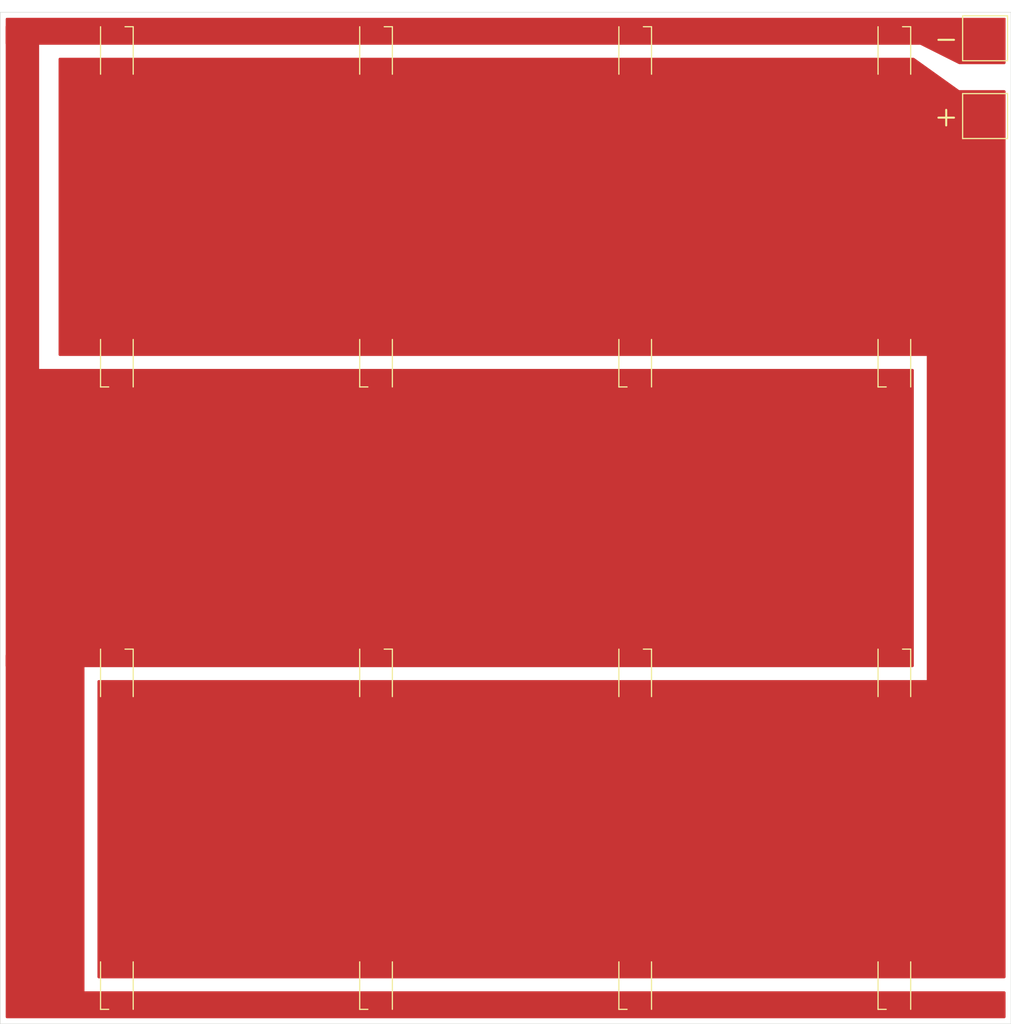
<source format=kicad_pcb>
(kicad_pcb (version 20171130) (host pcbnew "(5.1.6-0-10_14)")

  (general
    (thickness 1.6)
    (drawings 6)
    (tracks 0)
    (zones 0)
    (modules 18)
    (nets 3)
  )

  (page A4)
  (title_block
    (title "UV LED Panel")
    (date 2020-08-23)
    (rev A)
    (comment 1 "Single-side aluminium substrate")
  )

  (layers
    (0 F.Cu signal)
    (31 B.Cu signal)
    (32 B.Adhes user)
    (33 F.Adhes user)
    (34 B.Paste user)
    (35 F.Paste user)
    (36 B.SilkS user)
    (37 F.SilkS user)
    (38 B.Mask user)
    (39 F.Mask user)
    (40 Dwgs.User user)
    (41 Cmts.User user)
    (42 Eco1.User user)
    (43 Eco2.User user)
    (44 Edge.Cuts user)
    (45 Margin user)
    (46 B.CrtYd user)
    (47 F.CrtYd user)
    (48 B.Fab user hide)
    (49 F.Fab user hide)
  )

  (setup
    (last_trace_width 0.25)
    (trace_clearance 0.2)
    (zone_clearance 0.508)
    (zone_45_only no)
    (trace_min 0.2)
    (via_size 0.8)
    (via_drill 0.4)
    (via_min_size 0.4)
    (via_min_drill 0.3)
    (uvia_size 0.3)
    (uvia_drill 0.1)
    (uvias_allowed no)
    (uvia_min_size 0.2)
    (uvia_min_drill 0.1)
    (edge_width 0.05)
    (segment_width 0.2)
    (pcb_text_width 0.3)
    (pcb_text_size 1.5 1.5)
    (mod_edge_width 0.12)
    (mod_text_size 1 1)
    (mod_text_width 0.15)
    (pad_size 1.524 1.524)
    (pad_drill 0.762)
    (pad_to_mask_clearance 0.05)
    (aux_axis_origin 0 0)
    (visible_elements FFFFFF7F)
    (pcbplotparams
      (layerselection 0x010fc_ffffffff)
      (usegerberextensions false)
      (usegerberattributes true)
      (usegerberadvancedattributes true)
      (creategerberjobfile true)
      (excludeedgelayer true)
      (linewidth 0.100000)
      (plotframeref false)
      (viasonmask false)
      (mode 1)
      (useauxorigin false)
      (hpglpennumber 1)
      (hpglpenspeed 20)
      (hpglpendiameter 15.000000)
      (psnegative false)
      (psa4output false)
      (plotreference true)
      (plotvalue true)
      (plotinvisibletext false)
      (padsonsilk false)
      (subtractmaskfromsilk false)
      (outputformat 1)
      (mirror false)
      (drillshape 0)
      (scaleselection 1)
      (outputdirectory "gerbers/"))
  )

  (net 0 "")
  (net 1 VPP)
  (net 2 GNDS)

  (net_class Default "This is the default net class."
    (clearance 0.2)
    (trace_width 0.25)
    (via_dia 0.8)
    (via_drill 0.4)
    (uvia_dia 0.3)
    (uvia_drill 0.1)
    (add_net GNDS)
    (add_net VPP)
  )

  (module LED_SMD:LED_PLCC-2 (layer F.Cu) (tedit 59959404) (tstamp 5F4267B7)
    (at 115.57 146.05 90)
    (descr "LED PLCC-2 SMD package")
    (tags "LED PLCC-2 SMD")
    (path /5F4A9926)
    (attr smd)
    (fp_text reference D16 (at 0 -2.5 90) (layer F.SilkS) hide
      (effects (font (size 1 1) (thickness 0.15)))
    )
    (fp_text value LED (at 0 2.5 90) (layer F.Fab)
      (effects (font (size 1 1) (thickness 0.15)))
    )
    (fp_line (start -2.4 -1.6) (end -2.4 -0.8) (layer F.SilkS) (width 0.12))
    (fp_line (start 2.25 -1.6) (end -2.4 -1.6) (layer F.SilkS) (width 0.12))
    (fp_line (start 2.25 1.6) (end -2.4 1.6) (layer F.SilkS) (width 0.12))
    (fp_line (start -2.65 1.85) (end -2.65 -1.85) (layer F.CrtYd) (width 0.05))
    (fp_line (start 2.5 1.85) (end -2.65 1.85) (layer F.CrtYd) (width 0.05))
    (fp_line (start 2.5 -1.85) (end 2.5 1.85) (layer F.CrtYd) (width 0.05))
    (fp_line (start -2.65 -1.85) (end 2.5 -1.85) (layer F.CrtYd) (width 0.05))
    (fp_line (start -1.7 1.5) (end 1.7 1.5) (layer F.Fab) (width 0.1))
    (fp_line (start -1.7 -1.5) (end -1.7 1.5) (layer F.Fab) (width 0.1))
    (fp_line (start 1.7 -1.5) (end -1.7 -1.5) (layer F.Fab) (width 0.1))
    (fp_line (start 1.7 1.5) (end 1.7 -1.5) (layer F.Fab) (width 0.1))
    (fp_line (start -1.7 -0.6) (end -0.8 -1.5) (layer F.Fab) (width 0.1))
    (fp_circle (center 0 0) (end 0 -1.25) (layer F.Fab) (width 0.1))
    (fp_text user %R (at 0 0 90) (layer F.Fab)
      (effects (font (size 0.4 0.4) (thickness 0.1)))
    )
    (pad 2 smd rect (at 1.5 0 90) (size 1.5 2.6) (layers F.Cu F.Paste F.Mask)
      (net 1 VPP))
    (pad 1 smd rect (at -1.5 0 90) (size 1.5 2.6) (layers F.Cu F.Paste F.Mask)
      (net 2 GNDS))
    (model ${KISYS3DMOD}/LED_SMD.3dshapes/LED_PLCC-2.wrl
      (at (xyz 0 0 0))
      (scale (xyz 1 1 1))
      (rotate (xyz 0 0 0))
    )
  )

  (module LED_SMD:LED_PLCC-2 (layer F.Cu) (tedit 59959404) (tstamp 5F4267A3)
    (at 115.57 115.57 270)
    (descr "LED PLCC-2 SMD package")
    (tags "LED PLCC-2 SMD")
    (path /5F4A9920)
    (attr smd)
    (fp_text reference D15 (at 0 -2.5 90) (layer F.SilkS) hide
      (effects (font (size 1 1) (thickness 0.15)))
    )
    (fp_text value LED (at 0 2.5 90) (layer F.Fab)
      (effects (font (size 1 1) (thickness 0.15)))
    )
    (fp_line (start -2.4 -1.6) (end -2.4 -0.8) (layer F.SilkS) (width 0.12))
    (fp_line (start 2.25 -1.6) (end -2.4 -1.6) (layer F.SilkS) (width 0.12))
    (fp_line (start 2.25 1.6) (end -2.4 1.6) (layer F.SilkS) (width 0.12))
    (fp_line (start -2.65 1.85) (end -2.65 -1.85) (layer F.CrtYd) (width 0.05))
    (fp_line (start 2.5 1.85) (end -2.65 1.85) (layer F.CrtYd) (width 0.05))
    (fp_line (start 2.5 -1.85) (end 2.5 1.85) (layer F.CrtYd) (width 0.05))
    (fp_line (start -2.65 -1.85) (end 2.5 -1.85) (layer F.CrtYd) (width 0.05))
    (fp_line (start -1.7 1.5) (end 1.7 1.5) (layer F.Fab) (width 0.1))
    (fp_line (start -1.7 -1.5) (end -1.7 1.5) (layer F.Fab) (width 0.1))
    (fp_line (start 1.7 -1.5) (end -1.7 -1.5) (layer F.Fab) (width 0.1))
    (fp_line (start 1.7 1.5) (end 1.7 -1.5) (layer F.Fab) (width 0.1))
    (fp_line (start -1.7 -0.6) (end -0.8 -1.5) (layer F.Fab) (width 0.1))
    (fp_circle (center 0 0) (end 0 -1.25) (layer F.Fab) (width 0.1))
    (fp_text user %R (at 0 0 90) (layer F.Fab)
      (effects (font (size 0.4 0.4) (thickness 0.1)))
    )
    (pad 2 smd rect (at 1.5 0 270) (size 1.5 2.6) (layers F.Cu F.Paste F.Mask)
      (net 1 VPP))
    (pad 1 smd rect (at -1.5 0 270) (size 1.5 2.6) (layers F.Cu F.Paste F.Mask)
      (net 2 GNDS))
    (model ${KISYS3DMOD}/LED_SMD.3dshapes/LED_PLCC-2.wrl
      (at (xyz 0 0 0))
      (scale (xyz 1 1 1))
      (rotate (xyz 0 0 0))
    )
  )

  (module LED_SMD:LED_PLCC-2 (layer F.Cu) (tedit 59959404) (tstamp 5F42678F)
    (at 115.57 85.09 90)
    (descr "LED PLCC-2 SMD package")
    (tags "LED PLCC-2 SMD")
    (path /5F4A991A)
    (attr smd)
    (fp_text reference D14 (at 0.635 -14.605 180) (layer F.SilkS) hide
      (effects (font (size 1 1) (thickness 0.15)))
    )
    (fp_text value LED (at 0 2.5 90) (layer F.Fab)
      (effects (font (size 1 1) (thickness 0.15)))
    )
    (fp_line (start -2.4 -1.6) (end -2.4 -0.8) (layer F.SilkS) (width 0.12))
    (fp_line (start 2.25 -1.6) (end -2.4 -1.6) (layer F.SilkS) (width 0.12))
    (fp_line (start 2.25 1.6) (end -2.4 1.6) (layer F.SilkS) (width 0.12))
    (fp_line (start -2.65 1.85) (end -2.65 -1.85) (layer F.CrtYd) (width 0.05))
    (fp_line (start 2.5 1.85) (end -2.65 1.85) (layer F.CrtYd) (width 0.05))
    (fp_line (start 2.5 -1.85) (end 2.5 1.85) (layer F.CrtYd) (width 0.05))
    (fp_line (start -2.65 -1.85) (end 2.5 -1.85) (layer F.CrtYd) (width 0.05))
    (fp_line (start -1.7 1.5) (end 1.7 1.5) (layer F.Fab) (width 0.1))
    (fp_line (start -1.7 -1.5) (end -1.7 1.5) (layer F.Fab) (width 0.1))
    (fp_line (start 1.7 -1.5) (end -1.7 -1.5) (layer F.Fab) (width 0.1))
    (fp_line (start 1.7 1.5) (end 1.7 -1.5) (layer F.Fab) (width 0.1))
    (fp_line (start -1.7 -0.6) (end -0.8 -1.5) (layer F.Fab) (width 0.1))
    (fp_circle (center 0 0) (end 0 -1.25) (layer F.Fab) (width 0.1))
    (fp_text user %R (at 0 0 90) (layer F.Fab)
      (effects (font (size 0.4 0.4) (thickness 0.1)))
    )
    (pad 2 smd rect (at 1.5 0 90) (size 1.5 2.6) (layers F.Cu F.Paste F.Mask)
      (net 1 VPP))
    (pad 1 smd rect (at -1.5 0 90) (size 1.5 2.6) (layers F.Cu F.Paste F.Mask)
      (net 2 GNDS))
    (model ${KISYS3DMOD}/LED_SMD.3dshapes/LED_PLCC-2.wrl
      (at (xyz 0 0 0))
      (scale (xyz 1 1 1))
      (rotate (xyz 0 0 0))
    )
  )

  (module LED_SMD:LED_PLCC-2 (layer F.Cu) (tedit 59959404) (tstamp 5F42677B)
    (at 115.57 54.61 270)
    (descr "LED PLCC-2 SMD package")
    (tags "LED PLCC-2 SMD")
    (path /5F4A9904)
    (attr smd)
    (fp_text reference D13 (at -5.715 0.635 180) (layer F.SilkS) hide
      (effects (font (size 1 1) (thickness 0.15)))
    )
    (fp_text value LED (at 0 2.5 90) (layer F.Fab)
      (effects (font (size 1 1) (thickness 0.15)))
    )
    (fp_line (start -2.4 -1.6) (end -2.4 -0.8) (layer F.SilkS) (width 0.12))
    (fp_line (start 2.25 -1.6) (end -2.4 -1.6) (layer F.SilkS) (width 0.12))
    (fp_line (start 2.25 1.6) (end -2.4 1.6) (layer F.SilkS) (width 0.12))
    (fp_line (start -2.65 1.85) (end -2.65 -1.85) (layer F.CrtYd) (width 0.05))
    (fp_line (start 2.5 1.85) (end -2.65 1.85) (layer F.CrtYd) (width 0.05))
    (fp_line (start 2.5 -1.85) (end 2.5 1.85) (layer F.CrtYd) (width 0.05))
    (fp_line (start -2.65 -1.85) (end 2.5 -1.85) (layer F.CrtYd) (width 0.05))
    (fp_line (start -1.7 1.5) (end 1.7 1.5) (layer F.Fab) (width 0.1))
    (fp_line (start -1.7 -1.5) (end -1.7 1.5) (layer F.Fab) (width 0.1))
    (fp_line (start 1.7 -1.5) (end -1.7 -1.5) (layer F.Fab) (width 0.1))
    (fp_line (start 1.7 1.5) (end 1.7 -1.5) (layer F.Fab) (width 0.1))
    (fp_line (start -1.7 -0.6) (end -0.8 -1.5) (layer F.Fab) (width 0.1))
    (fp_circle (center 0 0) (end 0 -1.25) (layer F.Fab) (width 0.1))
    (fp_text user %R (at 0 0 90) (layer F.Fab)
      (effects (font (size 0.4 0.4) (thickness 0.1)))
    )
    (pad 2 smd rect (at 1.5 0 270) (size 1.5 2.6) (layers F.Cu F.Paste F.Mask)
      (net 1 VPP))
    (pad 1 smd rect (at -1.5 0 270) (size 1.5 2.6) (layers F.Cu F.Paste F.Mask)
      (net 2 GNDS))
    (model ${KISYS3DMOD}/LED_SMD.3dshapes/LED_PLCC-2.wrl
      (at (xyz 0 0 0))
      (scale (xyz 1 1 1))
      (rotate (xyz 0 0 0))
    )
  )

  (module LED_SMD:LED_PLCC-2 (layer F.Cu) (tedit 59959404) (tstamp 5F426767)
    (at 140.97 146.05 90)
    (descr "LED PLCC-2 SMD package")
    (tags "LED PLCC-2 SMD")
    (path /5F4A07BD)
    (attr smd)
    (fp_text reference D12 (at 0 -2.5 90) (layer F.SilkS) hide
      (effects (font (size 1 1) (thickness 0.15)))
    )
    (fp_text value LED (at 0 2.5 90) (layer F.Fab)
      (effects (font (size 1 1) (thickness 0.15)))
    )
    (fp_line (start -2.4 -1.6) (end -2.4 -0.8) (layer F.SilkS) (width 0.12))
    (fp_line (start 2.25 -1.6) (end -2.4 -1.6) (layer F.SilkS) (width 0.12))
    (fp_line (start 2.25 1.6) (end -2.4 1.6) (layer F.SilkS) (width 0.12))
    (fp_line (start -2.65 1.85) (end -2.65 -1.85) (layer F.CrtYd) (width 0.05))
    (fp_line (start 2.5 1.85) (end -2.65 1.85) (layer F.CrtYd) (width 0.05))
    (fp_line (start 2.5 -1.85) (end 2.5 1.85) (layer F.CrtYd) (width 0.05))
    (fp_line (start -2.65 -1.85) (end 2.5 -1.85) (layer F.CrtYd) (width 0.05))
    (fp_line (start -1.7 1.5) (end 1.7 1.5) (layer F.Fab) (width 0.1))
    (fp_line (start -1.7 -1.5) (end -1.7 1.5) (layer F.Fab) (width 0.1))
    (fp_line (start 1.7 -1.5) (end -1.7 -1.5) (layer F.Fab) (width 0.1))
    (fp_line (start 1.7 1.5) (end 1.7 -1.5) (layer F.Fab) (width 0.1))
    (fp_line (start -1.7 -0.6) (end -0.8 -1.5) (layer F.Fab) (width 0.1))
    (fp_circle (center 0 0) (end 0 -1.25) (layer F.Fab) (width 0.1))
    (fp_text user %R (at 0 0 90) (layer F.Fab)
      (effects (font (size 0.4 0.4) (thickness 0.1)))
    )
    (pad 2 smd rect (at 1.5 0 90) (size 1.5 2.6) (layers F.Cu F.Paste F.Mask)
      (net 1 VPP))
    (pad 1 smd rect (at -1.5 0 90) (size 1.5 2.6) (layers F.Cu F.Paste F.Mask)
      (net 2 GNDS))
    (model ${KISYS3DMOD}/LED_SMD.3dshapes/LED_PLCC-2.wrl
      (at (xyz 0 0 0))
      (scale (xyz 1 1 1))
      (rotate (xyz 0 0 0))
    )
  )

  (module LED_SMD:LED_PLCC-2 (layer F.Cu) (tedit 59959404) (tstamp 5F426753)
    (at 140.97 115.57 270)
    (descr "LED PLCC-2 SMD package")
    (tags "LED PLCC-2 SMD")
    (path /5F4A07B7)
    (attr smd)
    (fp_text reference D11 (at 0 -2.5 90) (layer F.SilkS) hide
      (effects (font (size 1 1) (thickness 0.15)))
    )
    (fp_text value LED (at 0 2.5 90) (layer F.Fab)
      (effects (font (size 1 1) (thickness 0.15)))
    )
    (fp_line (start -2.4 -1.6) (end -2.4 -0.8) (layer F.SilkS) (width 0.12))
    (fp_line (start 2.25 -1.6) (end -2.4 -1.6) (layer F.SilkS) (width 0.12))
    (fp_line (start 2.25 1.6) (end -2.4 1.6) (layer F.SilkS) (width 0.12))
    (fp_line (start -2.65 1.85) (end -2.65 -1.85) (layer F.CrtYd) (width 0.05))
    (fp_line (start 2.5 1.85) (end -2.65 1.85) (layer F.CrtYd) (width 0.05))
    (fp_line (start 2.5 -1.85) (end 2.5 1.85) (layer F.CrtYd) (width 0.05))
    (fp_line (start -2.65 -1.85) (end 2.5 -1.85) (layer F.CrtYd) (width 0.05))
    (fp_line (start -1.7 1.5) (end 1.7 1.5) (layer F.Fab) (width 0.1))
    (fp_line (start -1.7 -1.5) (end -1.7 1.5) (layer F.Fab) (width 0.1))
    (fp_line (start 1.7 -1.5) (end -1.7 -1.5) (layer F.Fab) (width 0.1))
    (fp_line (start 1.7 1.5) (end 1.7 -1.5) (layer F.Fab) (width 0.1))
    (fp_line (start -1.7 -0.6) (end -0.8 -1.5) (layer F.Fab) (width 0.1))
    (fp_circle (center 0 0) (end 0 -1.25) (layer F.Fab) (width 0.1))
    (fp_text user %R (at 0 0 90) (layer F.Fab)
      (effects (font (size 0.4 0.4) (thickness 0.1)))
    )
    (pad 2 smd rect (at 1.5 0 270) (size 1.5 2.6) (layers F.Cu F.Paste F.Mask)
      (net 1 VPP))
    (pad 1 smd rect (at -1.5 0 270) (size 1.5 2.6) (layers F.Cu F.Paste F.Mask)
      (net 2 GNDS))
    (model ${KISYS3DMOD}/LED_SMD.3dshapes/LED_PLCC-2.wrl
      (at (xyz 0 0 0))
      (scale (xyz 1 1 1))
      (rotate (xyz 0 0 0))
    )
  )

  (module LED_SMD:LED_PLCC-2 (layer F.Cu) (tedit 59959404) (tstamp 5F42673F)
    (at 140.97 85.09 90)
    (descr "LED PLCC-2 SMD package")
    (tags "LED PLCC-2 SMD")
    (path /5F4A07B1)
    (attr smd)
    (fp_text reference D10 (at 0 -3.81 180) (layer F.SilkS) hide
      (effects (font (size 1 1) (thickness 0.15)))
    )
    (fp_text value LED (at 0 2.5 90) (layer F.Fab)
      (effects (font (size 1 1) (thickness 0.15)))
    )
    (fp_line (start -2.4 -1.6) (end -2.4 -0.8) (layer F.SilkS) (width 0.12))
    (fp_line (start 2.25 -1.6) (end -2.4 -1.6) (layer F.SilkS) (width 0.12))
    (fp_line (start 2.25 1.6) (end -2.4 1.6) (layer F.SilkS) (width 0.12))
    (fp_line (start -2.65 1.85) (end -2.65 -1.85) (layer F.CrtYd) (width 0.05))
    (fp_line (start 2.5 1.85) (end -2.65 1.85) (layer F.CrtYd) (width 0.05))
    (fp_line (start 2.5 -1.85) (end 2.5 1.85) (layer F.CrtYd) (width 0.05))
    (fp_line (start -2.65 -1.85) (end 2.5 -1.85) (layer F.CrtYd) (width 0.05))
    (fp_line (start -1.7 1.5) (end 1.7 1.5) (layer F.Fab) (width 0.1))
    (fp_line (start -1.7 -1.5) (end -1.7 1.5) (layer F.Fab) (width 0.1))
    (fp_line (start 1.7 -1.5) (end -1.7 -1.5) (layer F.Fab) (width 0.1))
    (fp_line (start 1.7 1.5) (end 1.7 -1.5) (layer F.Fab) (width 0.1))
    (fp_line (start -1.7 -0.6) (end -0.8 -1.5) (layer F.Fab) (width 0.1))
    (fp_circle (center 0 0) (end 0 -1.25) (layer F.Fab) (width 0.1))
    (fp_text user %R (at 0 0 90) (layer F.Fab)
      (effects (font (size 0.4 0.4) (thickness 0.1)))
    )
    (pad 2 smd rect (at 1.5 0 90) (size 1.5 2.6) (layers F.Cu F.Paste F.Mask)
      (net 1 VPP))
    (pad 1 smd rect (at -1.5 0 90) (size 1.5 2.6) (layers F.Cu F.Paste F.Mask)
      (net 2 GNDS))
    (model ${KISYS3DMOD}/LED_SMD.3dshapes/LED_PLCC-2.wrl
      (at (xyz 0 0 0))
      (scale (xyz 1 1 1))
      (rotate (xyz 0 0 0))
    )
  )

  (module LED_SMD:LED_PLCC-2 (layer F.Cu) (tedit 59959404) (tstamp 5F42672B)
    (at 140.97 54.61 270)
    (descr "LED PLCC-2 SMD package")
    (tags "LED PLCC-2 SMD")
    (path /5F4A079B)
    (attr smd)
    (fp_text reference D9 (at -5.715 0 180) (layer F.SilkS) hide
      (effects (font (size 1 1) (thickness 0.15)))
    )
    (fp_text value LED (at 0 2.5 90) (layer F.Fab)
      (effects (font (size 1 1) (thickness 0.15)))
    )
    (fp_line (start -2.4 -1.6) (end -2.4 -0.8) (layer F.SilkS) (width 0.12))
    (fp_line (start 2.25 -1.6) (end -2.4 -1.6) (layer F.SilkS) (width 0.12))
    (fp_line (start 2.25 1.6) (end -2.4 1.6) (layer F.SilkS) (width 0.12))
    (fp_line (start -2.65 1.85) (end -2.65 -1.85) (layer F.CrtYd) (width 0.05))
    (fp_line (start 2.5 1.85) (end -2.65 1.85) (layer F.CrtYd) (width 0.05))
    (fp_line (start 2.5 -1.85) (end 2.5 1.85) (layer F.CrtYd) (width 0.05))
    (fp_line (start -2.65 -1.85) (end 2.5 -1.85) (layer F.CrtYd) (width 0.05))
    (fp_line (start -1.7 1.5) (end 1.7 1.5) (layer F.Fab) (width 0.1))
    (fp_line (start -1.7 -1.5) (end -1.7 1.5) (layer F.Fab) (width 0.1))
    (fp_line (start 1.7 -1.5) (end -1.7 -1.5) (layer F.Fab) (width 0.1))
    (fp_line (start 1.7 1.5) (end 1.7 -1.5) (layer F.Fab) (width 0.1))
    (fp_line (start -1.7 -0.6) (end -0.8 -1.5) (layer F.Fab) (width 0.1))
    (fp_circle (center 0 0) (end 0 -1.25) (layer F.Fab) (width 0.1))
    (fp_text user %R (at 0 0 90) (layer F.Fab)
      (effects (font (size 0.4 0.4) (thickness 0.1)))
    )
    (pad 2 smd rect (at 1.5 0 270) (size 1.5 2.6) (layers F.Cu F.Paste F.Mask)
      (net 1 VPP))
    (pad 1 smd rect (at -1.5 0 270) (size 1.5 2.6) (layers F.Cu F.Paste F.Mask)
      (net 2 GNDS))
    (model ${KISYS3DMOD}/LED_SMD.3dshapes/LED_PLCC-2.wrl
      (at (xyz 0 0 0))
      (scale (xyz 1 1 1))
      (rotate (xyz 0 0 0))
    )
  )

  (module LED_SMD:LED_PLCC-2 (layer F.Cu) (tedit 59959404) (tstamp 5F426717)
    (at 166.37 146.05 90)
    (descr "LED PLCC-2 SMD package")
    (tags "LED PLCC-2 SMD")
    (path /5F4A6413)
    (attr smd)
    (fp_text reference D8 (at 0 -2.5 90) (layer F.SilkS) hide
      (effects (font (size 1 1) (thickness 0.15)))
    )
    (fp_text value LED (at 0 2.5 90) (layer F.Fab)
      (effects (font (size 1 1) (thickness 0.15)))
    )
    (fp_line (start -2.4 -1.6) (end -2.4 -0.8) (layer F.SilkS) (width 0.12))
    (fp_line (start 2.25 -1.6) (end -2.4 -1.6) (layer F.SilkS) (width 0.12))
    (fp_line (start 2.25 1.6) (end -2.4 1.6) (layer F.SilkS) (width 0.12))
    (fp_line (start -2.65 1.85) (end -2.65 -1.85) (layer F.CrtYd) (width 0.05))
    (fp_line (start 2.5 1.85) (end -2.65 1.85) (layer F.CrtYd) (width 0.05))
    (fp_line (start 2.5 -1.85) (end 2.5 1.85) (layer F.CrtYd) (width 0.05))
    (fp_line (start -2.65 -1.85) (end 2.5 -1.85) (layer F.CrtYd) (width 0.05))
    (fp_line (start -1.7 1.5) (end 1.7 1.5) (layer F.Fab) (width 0.1))
    (fp_line (start -1.7 -1.5) (end -1.7 1.5) (layer F.Fab) (width 0.1))
    (fp_line (start 1.7 -1.5) (end -1.7 -1.5) (layer F.Fab) (width 0.1))
    (fp_line (start 1.7 1.5) (end 1.7 -1.5) (layer F.Fab) (width 0.1))
    (fp_line (start -1.7 -0.6) (end -0.8 -1.5) (layer F.Fab) (width 0.1))
    (fp_circle (center 0 0) (end 0 -1.25) (layer F.Fab) (width 0.1))
    (fp_text user %R (at 0 0 90) (layer F.Fab)
      (effects (font (size 0.4 0.4) (thickness 0.1)))
    )
    (pad 2 smd rect (at 1.5 0 90) (size 1.5 2.6) (layers F.Cu F.Paste F.Mask)
      (net 1 VPP))
    (pad 1 smd rect (at -1.5 0 90) (size 1.5 2.6) (layers F.Cu F.Paste F.Mask)
      (net 2 GNDS))
    (model ${KISYS3DMOD}/LED_SMD.3dshapes/LED_PLCC-2.wrl
      (at (xyz 0 0 0))
      (scale (xyz 1 1 1))
      (rotate (xyz 0 0 0))
    )
  )

  (module LED_SMD:LED_PLCC-2 (layer F.Cu) (tedit 59959404) (tstamp 5F426703)
    (at 166.37 115.57 270)
    (descr "LED PLCC-2 SMD package")
    (tags "LED PLCC-2 SMD")
    (path /5F4A640D)
    (attr smd)
    (fp_text reference D7 (at 0 -2.5 90) (layer F.SilkS) hide
      (effects (font (size 1 1) (thickness 0.15)))
    )
    (fp_text value LED (at 0 2.5 90) (layer F.Fab)
      (effects (font (size 1 1) (thickness 0.15)))
    )
    (fp_line (start -2.4 -1.6) (end -2.4 -0.8) (layer F.SilkS) (width 0.12))
    (fp_line (start 2.25 -1.6) (end -2.4 -1.6) (layer F.SilkS) (width 0.12))
    (fp_line (start 2.25 1.6) (end -2.4 1.6) (layer F.SilkS) (width 0.12))
    (fp_line (start -2.65 1.85) (end -2.65 -1.85) (layer F.CrtYd) (width 0.05))
    (fp_line (start 2.5 1.85) (end -2.65 1.85) (layer F.CrtYd) (width 0.05))
    (fp_line (start 2.5 -1.85) (end 2.5 1.85) (layer F.CrtYd) (width 0.05))
    (fp_line (start -2.65 -1.85) (end 2.5 -1.85) (layer F.CrtYd) (width 0.05))
    (fp_line (start -1.7 1.5) (end 1.7 1.5) (layer F.Fab) (width 0.1))
    (fp_line (start -1.7 -1.5) (end -1.7 1.5) (layer F.Fab) (width 0.1))
    (fp_line (start 1.7 -1.5) (end -1.7 -1.5) (layer F.Fab) (width 0.1))
    (fp_line (start 1.7 1.5) (end 1.7 -1.5) (layer F.Fab) (width 0.1))
    (fp_line (start -1.7 -0.6) (end -0.8 -1.5) (layer F.Fab) (width 0.1))
    (fp_circle (center 0 0) (end 0 -1.25) (layer F.Fab) (width 0.1))
    (fp_text user %R (at 0 0 90) (layer F.Fab)
      (effects (font (size 0.4 0.4) (thickness 0.1)))
    )
    (pad 2 smd rect (at 1.5 0 270) (size 1.5 2.6) (layers F.Cu F.Paste F.Mask)
      (net 1 VPP))
    (pad 1 smd rect (at -1.5 0 270) (size 1.5 2.6) (layers F.Cu F.Paste F.Mask)
      (net 2 GNDS))
    (model ${KISYS3DMOD}/LED_SMD.3dshapes/LED_PLCC-2.wrl
      (at (xyz 0 0 0))
      (scale (xyz 1 1 1))
      (rotate (xyz 0 0 0))
    )
  )

  (module LED_SMD:LED_PLCC-2 (layer F.Cu) (tedit 59959404) (tstamp 5F4266EF)
    (at 166.37 85.09 90)
    (descr "LED PLCC-2 SMD package")
    (tags "LED PLCC-2 SMD")
    (path /5F4A6407)
    (attr smd)
    (fp_text reference D6 (at 0 -2.5 90) (layer F.SilkS) hide
      (effects (font (size 1 1) (thickness 0.15)))
    )
    (fp_text value LED (at 0 2.5 90) (layer F.Fab)
      (effects (font (size 1 1) (thickness 0.15)))
    )
    (fp_line (start -2.4 -1.6) (end -2.4 -0.8) (layer F.SilkS) (width 0.12))
    (fp_line (start 2.25 -1.6) (end -2.4 -1.6) (layer F.SilkS) (width 0.12))
    (fp_line (start 2.25 1.6) (end -2.4 1.6) (layer F.SilkS) (width 0.12))
    (fp_line (start -2.65 1.85) (end -2.65 -1.85) (layer F.CrtYd) (width 0.05))
    (fp_line (start 2.5 1.85) (end -2.65 1.85) (layer F.CrtYd) (width 0.05))
    (fp_line (start 2.5 -1.85) (end 2.5 1.85) (layer F.CrtYd) (width 0.05))
    (fp_line (start -2.65 -1.85) (end 2.5 -1.85) (layer F.CrtYd) (width 0.05))
    (fp_line (start -1.7 1.5) (end 1.7 1.5) (layer F.Fab) (width 0.1))
    (fp_line (start -1.7 -1.5) (end -1.7 1.5) (layer F.Fab) (width 0.1))
    (fp_line (start 1.7 -1.5) (end -1.7 -1.5) (layer F.Fab) (width 0.1))
    (fp_line (start 1.7 1.5) (end 1.7 -1.5) (layer F.Fab) (width 0.1))
    (fp_line (start -1.7 -0.6) (end -0.8 -1.5) (layer F.Fab) (width 0.1))
    (fp_circle (center 0 0) (end 0 -1.25) (layer F.Fab) (width 0.1))
    (fp_text user %R (at 0 0 90) (layer F.Fab)
      (effects (font (size 0.4 0.4) (thickness 0.1)))
    )
    (pad 2 smd rect (at 1.5 0 90) (size 1.5 2.6) (layers F.Cu F.Paste F.Mask)
      (net 1 VPP))
    (pad 1 smd rect (at -1.5 0 90) (size 1.5 2.6) (layers F.Cu F.Paste F.Mask)
      (net 2 GNDS))
    (model ${KISYS3DMOD}/LED_SMD.3dshapes/LED_PLCC-2.wrl
      (at (xyz 0 0 0))
      (scale (xyz 1 1 1))
      (rotate (xyz 0 0 0))
    )
  )

  (module LED_SMD:LED_PLCC-2 (layer F.Cu) (tedit 59959404) (tstamp 5F4266DB)
    (at 166.37 54.61 270)
    (descr "LED PLCC-2 SMD package")
    (tags "LED PLCC-2 SMD")
    (path /5F4A63F1)
    (attr smd)
    (fp_text reference D5 (at -5.08 0 180) (layer F.SilkS) hide
      (effects (font (size 1 1) (thickness 0.15)))
    )
    (fp_text value LED (at 0 2.5 90) (layer F.Fab)
      (effects (font (size 1 1) (thickness 0.15)))
    )
    (fp_line (start -2.4 -1.6) (end -2.4 -0.8) (layer F.SilkS) (width 0.12))
    (fp_line (start 2.25 -1.6) (end -2.4 -1.6) (layer F.SilkS) (width 0.12))
    (fp_line (start 2.25 1.6) (end -2.4 1.6) (layer F.SilkS) (width 0.12))
    (fp_line (start -2.65 1.85) (end -2.65 -1.85) (layer F.CrtYd) (width 0.05))
    (fp_line (start 2.5 1.85) (end -2.65 1.85) (layer F.CrtYd) (width 0.05))
    (fp_line (start 2.5 -1.85) (end 2.5 1.85) (layer F.CrtYd) (width 0.05))
    (fp_line (start -2.65 -1.85) (end 2.5 -1.85) (layer F.CrtYd) (width 0.05))
    (fp_line (start -1.7 1.5) (end 1.7 1.5) (layer F.Fab) (width 0.1))
    (fp_line (start -1.7 -1.5) (end -1.7 1.5) (layer F.Fab) (width 0.1))
    (fp_line (start 1.7 -1.5) (end -1.7 -1.5) (layer F.Fab) (width 0.1))
    (fp_line (start 1.7 1.5) (end 1.7 -1.5) (layer F.Fab) (width 0.1))
    (fp_line (start -1.7 -0.6) (end -0.8 -1.5) (layer F.Fab) (width 0.1))
    (fp_circle (center 0 0) (end 0 -1.25) (layer F.Fab) (width 0.1))
    (fp_text user %R (at 0 0 90) (layer F.Fab)
      (effects (font (size 0.4 0.4) (thickness 0.1)))
    )
    (pad 2 smd rect (at 1.5 0 270) (size 1.5 2.6) (layers F.Cu F.Paste F.Mask)
      (net 1 VPP))
    (pad 1 smd rect (at -1.5 0 270) (size 1.5 2.6) (layers F.Cu F.Paste F.Mask)
      (net 2 GNDS))
    (model ${KISYS3DMOD}/LED_SMD.3dshapes/LED_PLCC-2.wrl
      (at (xyz 0 0 0))
      (scale (xyz 1 1 1))
      (rotate (xyz 0 0 0))
    )
  )

  (module TestPoint:TestPoint_Pad_4.0x4.0mm (layer F.Cu) (tedit 5A0F774F) (tstamp 5F425BD8)
    (at 200.66 53.34)
    (descr "SMD rectangular pad as test Point, square 4.0mm side length")
    (tags "test point SMD pad rectangle square")
    (path /5F4656E0)
    (attr virtual)
    (fp_text reference J2 (at 7.62 0) (layer F.SilkS) hide
      (effects (font (size 1 1) (thickness 0.15)))
    )
    (fp_text value Conn_01x01 (at 0 3.1) (layer F.Fab)
      (effects (font (size 1 1) (thickness 0.15)))
    )
    (fp_line (start -2.2 -2.2) (end 2.2 -2.2) (layer F.SilkS) (width 0.12))
    (fp_line (start 2.2 -2.2) (end 2.2 2.2) (layer F.SilkS) (width 0.12))
    (fp_line (start 2.2 2.2) (end -2.2 2.2) (layer F.SilkS) (width 0.12))
    (fp_line (start -2.2 2.2) (end -2.2 -2.2) (layer F.SilkS) (width 0.12))
    (fp_line (start -2.5 -2.5) (end 2.5 -2.5) (layer F.CrtYd) (width 0.05))
    (fp_line (start -2.5 -2.5) (end -2.5 2.5) (layer F.CrtYd) (width 0.05))
    (fp_line (start 2.5 2.5) (end 2.5 -2.5) (layer F.CrtYd) (width 0.05))
    (fp_line (start 2.5 2.5) (end -2.5 2.5) (layer F.CrtYd) (width 0.05))
    (fp_text user %R (at 0 -2.9) (layer F.Fab)
      (effects (font (size 1 1) (thickness 0.15)))
    )
    (pad 1 smd rect (at 0 0) (size 4 4) (layers F.Cu F.Mask)
      (net 2 GNDS))
  )

  (module TestPoint:TestPoint_Pad_4.0x4.0mm (layer F.Cu) (tedit 5A0F774F) (tstamp 5F425BCA)
    (at 200.66 60.96)
    (descr "SMD rectangular pad as test Point, square 4.0mm side length")
    (tags "test point SMD pad rectangle square")
    (path /5F464DF3)
    (attr virtual)
    (fp_text reference J1 (at 7.62 0) (layer F.SilkS) hide
      (effects (font (size 1 1) (thickness 0.15)))
    )
    (fp_text value Conn_01x01 (at 0 3.1) (layer F.Fab)
      (effects (font (size 1 1) (thickness 0.15)))
    )
    (fp_line (start -2.2 -2.2) (end 2.2 -2.2) (layer F.SilkS) (width 0.12))
    (fp_line (start 2.2 -2.2) (end 2.2 2.2) (layer F.SilkS) (width 0.12))
    (fp_line (start 2.2 2.2) (end -2.2 2.2) (layer F.SilkS) (width 0.12))
    (fp_line (start -2.2 2.2) (end -2.2 -2.2) (layer F.SilkS) (width 0.12))
    (fp_line (start -2.5 -2.5) (end 2.5 -2.5) (layer F.CrtYd) (width 0.05))
    (fp_line (start -2.5 -2.5) (end -2.5 2.5) (layer F.CrtYd) (width 0.05))
    (fp_line (start 2.5 2.5) (end 2.5 -2.5) (layer F.CrtYd) (width 0.05))
    (fp_line (start 2.5 2.5) (end -2.5 2.5) (layer F.CrtYd) (width 0.05))
    (fp_text user %R (at 0 -2.9) (layer F.Fab)
      (effects (font (size 1 1) (thickness 0.15)))
    )
    (pad 1 smd rect (at 0 0) (size 4 4) (layers F.Cu F.Mask)
      (net 1 VPP))
  )

  (module LED_SMD:LED_PLCC-2 (layer F.Cu) (tedit 59959404) (tstamp 5F425AA4)
    (at 191.77 146.05 90)
    (descr "LED PLCC-2 SMD package")
    (tags "LED PLCC-2 SMD")
    (path /5F44A38B)
    (attr smd)
    (fp_text reference D4 (at 0 -2.5 90) (layer F.SilkS) hide
      (effects (font (size 1 1) (thickness 0.15)))
    )
    (fp_text value LED (at 0 2.5 90) (layer F.Fab)
      (effects (font (size 1 1) (thickness 0.15)))
    )
    (fp_circle (center 0 0) (end 0 -1.25) (layer F.Fab) (width 0.1))
    (fp_line (start -1.7 -0.6) (end -0.8 -1.5) (layer F.Fab) (width 0.1))
    (fp_line (start 1.7 1.5) (end 1.7 -1.5) (layer F.Fab) (width 0.1))
    (fp_line (start 1.7 -1.5) (end -1.7 -1.5) (layer F.Fab) (width 0.1))
    (fp_line (start -1.7 -1.5) (end -1.7 1.5) (layer F.Fab) (width 0.1))
    (fp_line (start -1.7 1.5) (end 1.7 1.5) (layer F.Fab) (width 0.1))
    (fp_line (start -2.65 -1.85) (end 2.5 -1.85) (layer F.CrtYd) (width 0.05))
    (fp_line (start 2.5 -1.85) (end 2.5 1.85) (layer F.CrtYd) (width 0.05))
    (fp_line (start 2.5 1.85) (end -2.65 1.85) (layer F.CrtYd) (width 0.05))
    (fp_line (start -2.65 1.85) (end -2.65 -1.85) (layer F.CrtYd) (width 0.05))
    (fp_line (start 2.25 1.6) (end -2.4 1.6) (layer F.SilkS) (width 0.12))
    (fp_line (start 2.25 -1.6) (end -2.4 -1.6) (layer F.SilkS) (width 0.12))
    (fp_line (start -2.4 -1.6) (end -2.4 -0.8) (layer F.SilkS) (width 0.12))
    (fp_text user %R (at 0 0 90) (layer F.Fab)
      (effects (font (size 0.4 0.4) (thickness 0.1)))
    )
    (pad 2 smd rect (at 1.5 0 90) (size 1.5 2.6) (layers F.Cu F.Paste F.Mask)
      (net 1 VPP))
    (pad 1 smd rect (at -1.5 0 90) (size 1.5 2.6) (layers F.Cu F.Paste F.Mask)
      (net 2 GNDS))
    (model ${KISYS3DMOD}/LED_SMD.3dshapes/LED_PLCC-2.wrl
      (at (xyz 0 0 0))
      (scale (xyz 1 1 1))
      (rotate (xyz 0 0 0))
    )
  )

  (module LED_SMD:LED_PLCC-2 (layer F.Cu) (tedit 59959404) (tstamp 5F425A90)
    (at 191.77 115.57 270)
    (descr "LED PLCC-2 SMD package")
    (tags "LED PLCC-2 SMD")
    (path /5F449DDB)
    (attr smd)
    (fp_text reference D3 (at 0 22.86 180) (layer F.SilkS) hide
      (effects (font (size 1 1) (thickness 0.15)))
    )
    (fp_text value LED (at 0 2.5 90) (layer F.Fab)
      (effects (font (size 1 1) (thickness 0.15)))
    )
    (fp_circle (center 0 0) (end 0 -1.25) (layer F.Fab) (width 0.1))
    (fp_line (start -1.7 -0.6) (end -0.8 -1.5) (layer F.Fab) (width 0.1))
    (fp_line (start 1.7 1.5) (end 1.7 -1.5) (layer F.Fab) (width 0.1))
    (fp_line (start 1.7 -1.5) (end -1.7 -1.5) (layer F.Fab) (width 0.1))
    (fp_line (start -1.7 -1.5) (end -1.7 1.5) (layer F.Fab) (width 0.1))
    (fp_line (start -1.7 1.5) (end 1.7 1.5) (layer F.Fab) (width 0.1))
    (fp_line (start -2.65 -1.85) (end 2.5 -1.85) (layer F.CrtYd) (width 0.05))
    (fp_line (start 2.5 -1.85) (end 2.5 1.85) (layer F.CrtYd) (width 0.05))
    (fp_line (start 2.5 1.85) (end -2.65 1.85) (layer F.CrtYd) (width 0.05))
    (fp_line (start -2.65 1.85) (end -2.65 -1.85) (layer F.CrtYd) (width 0.05))
    (fp_line (start 2.25 1.6) (end -2.4 1.6) (layer F.SilkS) (width 0.12))
    (fp_line (start 2.25 -1.6) (end -2.4 -1.6) (layer F.SilkS) (width 0.12))
    (fp_line (start -2.4 -1.6) (end -2.4 -0.8) (layer F.SilkS) (width 0.12))
    (fp_text user %R (at 0 0 90) (layer F.Fab)
      (effects (font (size 0.4 0.4) (thickness 0.1)))
    )
    (pad 2 smd rect (at 1.5 0 270) (size 1.5 2.6) (layers F.Cu F.Paste F.Mask)
      (net 1 VPP))
    (pad 1 smd rect (at -1.5 0 270) (size 1.5 2.6) (layers F.Cu F.Paste F.Mask)
      (net 2 GNDS))
    (model ${KISYS3DMOD}/LED_SMD.3dshapes/LED_PLCC-2.wrl
      (at (xyz 0 0 0))
      (scale (xyz 1 1 1))
      (rotate (xyz 0 0 0))
    )
  )

  (module LED_SMD:LED_PLCC-2 (layer F.Cu) (tedit 59959404) (tstamp 5F425A7C)
    (at 191.77 85.09 90)
    (descr "LED PLCC-2 SMD package")
    (tags "LED PLCC-2 SMD")
    (path /5F449736)
    (attr smd)
    (fp_text reference D2 (at 0 -2.5 90) (layer F.SilkS) hide
      (effects (font (size 1 1) (thickness 0.15)))
    )
    (fp_text value LED (at 0 2.5 90) (layer F.Fab)
      (effects (font (size 1 1) (thickness 0.15)))
    )
    (fp_circle (center 0 0) (end 0 -1.25) (layer F.Fab) (width 0.1))
    (fp_line (start -1.7 -0.6) (end -0.8 -1.5) (layer F.Fab) (width 0.1))
    (fp_line (start 1.7 1.5) (end 1.7 -1.5) (layer F.Fab) (width 0.1))
    (fp_line (start 1.7 -1.5) (end -1.7 -1.5) (layer F.Fab) (width 0.1))
    (fp_line (start -1.7 -1.5) (end -1.7 1.5) (layer F.Fab) (width 0.1))
    (fp_line (start -1.7 1.5) (end 1.7 1.5) (layer F.Fab) (width 0.1))
    (fp_line (start -2.65 -1.85) (end 2.5 -1.85) (layer F.CrtYd) (width 0.05))
    (fp_line (start 2.5 -1.85) (end 2.5 1.85) (layer F.CrtYd) (width 0.05))
    (fp_line (start 2.5 1.85) (end -2.65 1.85) (layer F.CrtYd) (width 0.05))
    (fp_line (start -2.65 1.85) (end -2.65 -1.85) (layer F.CrtYd) (width 0.05))
    (fp_line (start 2.25 1.6) (end -2.4 1.6) (layer F.SilkS) (width 0.12))
    (fp_line (start 2.25 -1.6) (end -2.4 -1.6) (layer F.SilkS) (width 0.12))
    (fp_line (start -2.4 -1.6) (end -2.4 -0.8) (layer F.SilkS) (width 0.12))
    (fp_text user %R (at 0 0 90) (layer F.Fab)
      (effects (font (size 0.4 0.4) (thickness 0.1)))
    )
    (pad 2 smd rect (at 1.5 0 90) (size 1.5 2.6) (layers F.Cu F.Paste F.Mask)
      (net 1 VPP))
    (pad 1 smd rect (at -1.5 0 90) (size 1.5 2.6) (layers F.Cu F.Paste F.Mask)
      (net 2 GNDS))
    (model ${KISYS3DMOD}/LED_SMD.3dshapes/LED_PLCC-2.wrl
      (at (xyz 0 0 0))
      (scale (xyz 1 1 1))
      (rotate (xyz 0 0 0))
    )
  )

  (module LED_SMD:LED_PLCC-2 (layer F.Cu) (tedit 59959404) (tstamp 5F425A68)
    (at 191.77 54.61 270)
    (descr "LED PLCC-2 SMD package")
    (tags "LED PLCC-2 SMD")
    (path /5F4297BF)
    (attr smd)
    (fp_text reference D1 (at -5.715 0 180) (layer F.SilkS) hide
      (effects (font (size 1 1) (thickness 0.15)))
    )
    (fp_text value LED (at 0 2.5 90) (layer F.Fab)
      (effects (font (size 1 1) (thickness 0.15)))
    )
    (fp_circle (center 0 0) (end 0 -1.25) (layer F.Fab) (width 0.1))
    (fp_line (start -1.7 -0.6) (end -0.8 -1.5) (layer F.Fab) (width 0.1))
    (fp_line (start 1.7 1.5) (end 1.7 -1.5) (layer F.Fab) (width 0.1))
    (fp_line (start 1.7 -1.5) (end -1.7 -1.5) (layer F.Fab) (width 0.1))
    (fp_line (start -1.7 -1.5) (end -1.7 1.5) (layer F.Fab) (width 0.1))
    (fp_line (start -1.7 1.5) (end 1.7 1.5) (layer F.Fab) (width 0.1))
    (fp_line (start -2.65 -1.85) (end 2.5 -1.85) (layer F.CrtYd) (width 0.05))
    (fp_line (start 2.5 -1.85) (end 2.5 1.85) (layer F.CrtYd) (width 0.05))
    (fp_line (start 2.5 1.85) (end -2.65 1.85) (layer F.CrtYd) (width 0.05))
    (fp_line (start -2.65 1.85) (end -2.65 -1.85) (layer F.CrtYd) (width 0.05))
    (fp_line (start 2.25 1.6) (end -2.4 1.6) (layer F.SilkS) (width 0.12))
    (fp_line (start 2.25 -1.6) (end -2.4 -1.6) (layer F.SilkS) (width 0.12))
    (fp_line (start -2.4 -1.6) (end -2.4 -0.8) (layer F.SilkS) (width 0.12))
    (fp_text user %R (at 0 0 90) (layer F.Fab)
      (effects (font (size 0.4 0.4) (thickness 0.1)))
    )
    (pad 2 smd rect (at 1.5 0 270) (size 1.5 2.6) (layers F.Cu F.Paste F.Mask)
      (net 1 VPP))
    (pad 1 smd rect (at -1.5 0 270) (size 1.5 2.6) (layers F.Cu F.Paste F.Mask)
      (net 2 GNDS))
    (model ${KISYS3DMOD}/LED_SMD.3dshapes/LED_PLCC-2.wrl
      (at (xyz 0 0 0))
      (scale (xyz 1 1 1))
      (rotate (xyz 0 0 0))
    )
  )

  (gr_text + (at 196.85 60.96) (layer F.SilkS)
    (effects (font (size 2 2) (thickness 0.2)))
  )
  (gr_text - (at 196.85 53.34) (layer F.SilkS)
    (effects (font (size 2 2) (thickness 0.2)))
  )
  (gr_line (start 104.14 149.86) (end 104.14 50.8) (layer Edge.Cuts) (width 0.05) (tstamp 5F4258E4))
  (gr_line (start 203.2 149.86) (end 104.14 149.86) (layer Edge.Cuts) (width 0.05))
  (gr_line (start 203.2 50.8) (end 203.2 149.86) (layer Edge.Cuts) (width 0.05))
  (gr_line (start 104.14 50.8) (end 203.2 50.8) (layer Edge.Cuts) (width 0.05))

  (zone (net 2) (net_name GNDS) (layer F.Cu) (tstamp 5F424D38) (hatch edge 0.508)
    (connect_pads yes (clearance 0.508))
    (min_thickness 0.254)
    (fill yes (arc_segments 32) (thermal_gap 0.508) (thermal_bridge_width 0.508))
    (polygon
      (pts
        (xy 203.2 55.88) (xy 198.12 55.88) (xy 194.31 53.975) (xy 104.14 53.975) (xy 104.14 50.8)
        (xy 203.2 50.8)
      )
    )
    (filled_polygon
      (pts
        (xy 202.54 55.753) (xy 198.14998 55.753) (xy 194.366796 53.861408) (xy 194.343544 53.85251) (xy 194.31 53.848)
        (xy 104.8 53.848) (xy 104.8 51.46) (xy 202.54 51.46)
      )
    )
  )
  (zone (net 1) (net_name VPP) (layer F.Cu) (tstamp 5F424D35) (hatch edge 0.508)
    (connect_pads yes (clearance 0.508))
    (min_thickness 0.254)
    (fill yes (arc_segments 32) (thermal_gap 0.508) (thermal_bridge_width 0.508))
    (polygon
      (pts
        (xy 198.12 58.42) (xy 203.2 58.42) (xy 203.2 84.455) (xy 109.855 84.455) (xy 109.855 55.245)
        (xy 193.675 55.245)
      )
    )
    (filled_polygon
      (pts
        (xy 198.046183 58.523344) (xy 198.067763 58.535759) (xy 198.09135 58.543726) (xy 198.12 58.547) (xy 202.54 58.547)
        (xy 202.54 84.328) (xy 109.982 84.328) (xy 109.982 55.372) (xy 193.634301 55.372)
      )
    )
  )
  (zone (net 2) (net_name GNDS) (layer F.Cu) (tstamp 5F424D32) (hatch edge 0.508)
    (connect_pads yes (clearance 0.508))
    (min_thickness 0.254)
    (fill yes (arc_segments 32) (thermal_gap 0.508) (thermal_bridge_width 0.508))
    (polygon
      (pts
        (xy 107.95 85.725) (xy 193.675 85.725) (xy 193.675 114.935) (xy 104.14 114.935) (xy 104.14 52.07)
        (xy 107.95 52.07)
      )
    )
    (filled_polygon
      (pts
        (xy 107.823 85.725) (xy 107.82544 85.749776) (xy 107.832667 85.773601) (xy 107.844403 85.795557) (xy 107.860197 85.814803)
        (xy 107.879443 85.830597) (xy 107.901399 85.842333) (xy 107.925224 85.84956) (xy 107.95 85.852) (xy 193.548 85.852)
        (xy 193.548 114.808) (xy 104.8 114.808) (xy 104.8 52.197) (xy 107.823 52.197)
      )
    )
  )
  (zone (net 1) (net_name VPP) (layer F.Cu) (tstamp 5F424D2F) (hatch edge 0.508)
    (connect_pads yes (clearance 0.508))
    (min_thickness 0.254)
    (fill yes (arc_segments 32) (thermal_gap 0.508) (thermal_bridge_width 0.508))
    (polygon
      (pts
        (xy 203.2 145.415) (xy 113.665 145.415) (xy 113.665 116.205) (xy 194.945 116.205) (xy 194.945 83.185)
        (xy 203.2 83.185)
      )
    )
    (filled_polygon
      (pts
        (xy 202.540001 145.288) (xy 113.792 145.288) (xy 113.792 116.332) (xy 194.945 116.332) (xy 194.969776 116.32956)
        (xy 194.993601 116.322333) (xy 195.015557 116.310597) (xy 195.034803 116.294803) (xy 195.050597 116.275557) (xy 195.062333 116.253601)
        (xy 195.06956 116.229776) (xy 195.072 116.205) (xy 195.072 83.312) (xy 202.54 83.312)
      )
    )
  )
  (zone (net 2) (net_name GNDS) (layer F.Cu) (tstamp 5F424D2C) (hatch edge 0.508)
    (connect_pads yes (clearance 0.508))
    (min_thickness 0.254)
    (fill yes (arc_segments 32) (thermal_gap 0.508) (thermal_bridge_width 0.508))
    (polygon
      (pts
        (xy 112.395 146.685) (xy 203.2 146.685) (xy 203.2 149.86) (xy 104.14 149.86) (xy 104.14 113.665)
        (xy 112.395 113.665)
      )
    )
    (filled_polygon
      (pts
        (xy 112.268 146.685) (xy 112.27044 146.709776) (xy 112.277667 146.733601) (xy 112.289403 146.755557) (xy 112.305197 146.774803)
        (xy 112.324443 146.790597) (xy 112.346399 146.802333) (xy 112.370224 146.80956) (xy 112.395 146.812) (xy 202.540001 146.812)
        (xy 202.540001 149.2) (xy 104.8 149.2) (xy 104.8 113.792) (xy 112.268 113.792)
      )
    )
  )
)

</source>
